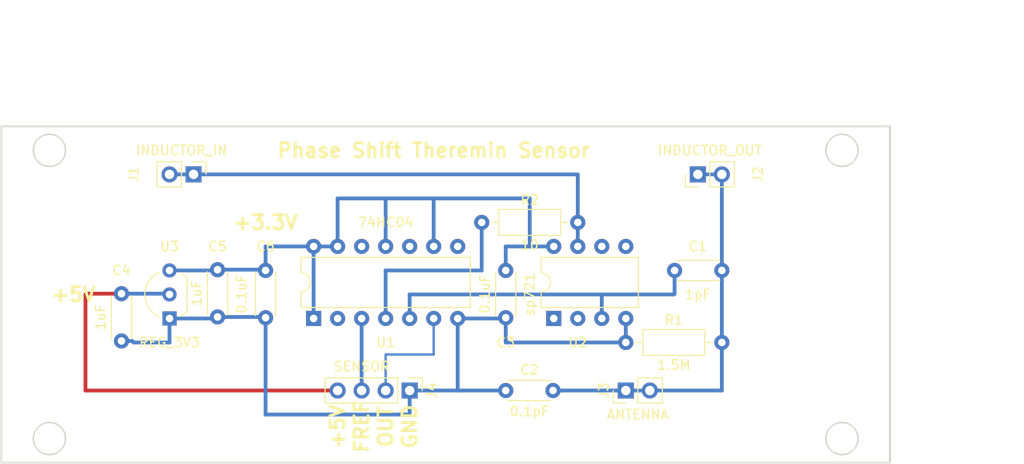
<source format=kicad_pcb>
(kicad_pcb (version 20171130) (host pcbnew "(5.0.2)-1")

  (general
    (thickness 1.6)
    (drawings 17)
    (tracks 66)
    (zones 0)
    (modules 15)
    (nets 18)
  )

  (page A4)
  (title_block
    (title "Theremin Phase Shift Sensor")
    (date 2019-10-10)
    (rev v0.1)
    (comment 1 "Teensy 4 Theremin Project")
    (comment 2 "(c) Vadim Lopatin 2019")
  )

  (layers
    (0 F.Cu signal)
    (31 B.Cu signal)
    (32 B.Adhes user)
    (33 F.Adhes user)
    (34 B.Paste user)
    (35 F.Paste user)
    (36 B.SilkS user)
    (37 F.SilkS user)
    (38 B.Mask user)
    (39 F.Mask user)
    (40 Dwgs.User user)
    (41 Cmts.User user)
    (42 Eco1.User user)
    (43 Eco2.User user)
    (44 Edge.Cuts user)
    (45 Margin user)
    (46 B.CrtYd user)
    (47 F.CrtYd user)
    (48 B.Fab user)
    (49 F.Fab user)
  )

  (setup
    (last_trace_width 0.25)
    (trace_clearance 0.2)
    (zone_clearance 0.508)
    (zone_45_only no)
    (trace_min 0.2)
    (segment_width 0.2)
    (edge_width 0.15)
    (via_size 0.8)
    (via_drill 0.4)
    (via_min_size 0.4)
    (via_min_drill 0.3)
    (uvia_size 0.3)
    (uvia_drill 0.1)
    (uvias_allowed no)
    (uvia_min_size 0.2)
    (uvia_min_drill 0.1)
    (pcb_text_width 0.3)
    (pcb_text_size 1.5 1.5)
    (mod_edge_width 0.15)
    (mod_text_size 1 1)
    (mod_text_width 0.15)
    (pad_size 1.524 1.524)
    (pad_drill 0.762)
    (pad_to_mask_clearance 0.051)
    (solder_mask_min_width 0.25)
    (aux_axis_origin 0 0)
    (visible_elements 7FFFFFFF)
    (pcbplotparams
      (layerselection 0x010fc_ffffffff)
      (usegerberextensions false)
      (usegerberattributes false)
      (usegerberadvancedattributes false)
      (creategerberjobfile false)
      (excludeedgelayer true)
      (linewidth 0.100000)
      (plotframeref false)
      (viasonmask false)
      (mode 1)
      (useauxorigin false)
      (hpglpennumber 1)
      (hpglpenspeed 20)
      (hpglpendiameter 15.000000)
      (psnegative false)
      (psa4output false)
      (plotreference true)
      (plotvalue true)
      (plotinvisibletext false)
      (padsonsilk false)
      (subtractmaskfromsilk false)
      (outputformat 1)
      (mirror false)
      (drillshape 0)
      (scaleselection 1)
      (outputdirectory "gerber/"))
  )

  (net 0 "")
  (net 1 +3V3)
  (net 2 GND)
  (net 3 "Net-(U2-Pad2)")
  (net 4 "Net-(U2-Pad6)")
  (net 5 /REF_CLK)
  (net 6 /PWM_OUT)
  (net 7 "Net-(U1-Pad10)")
  (net 8 +5V)
  (net 9 "Net-(U1-Pad8)")
  (net 10 "Net-(U1-Pad12)")
  (net 11 "Net-(U2-Pad1)")
  (net 12 "Net-(U2-Pad5)")
  (net 13 "Net-(U1-Pad2)")
  (net 14 "Net-(C1-Pad1)")
  (net 15 "Net-(R2-Pad1)")
  (net 16 "Net-(J1-Pad1)")
  (net 17 "Net-(C1-Pad2)")

  (net_class Default "This is the default net class."
    (clearance 0.2)
    (trace_width 0.25)
    (via_dia 0.8)
    (via_drill 0.4)
    (uvia_dia 0.3)
    (uvia_drill 0.1)
    (add_net +3V3)
    (add_net +5V)
    (add_net /PWM_OUT)
    (add_net /REF_CLK)
    (add_net GND)
    (add_net "Net-(C1-Pad1)")
    (add_net "Net-(C1-Pad2)")
    (add_net "Net-(J1-Pad1)")
    (add_net "Net-(R2-Pad1)")
    (add_net "Net-(U1-Pad10)")
    (add_net "Net-(U1-Pad12)")
    (add_net "Net-(U1-Pad2)")
    (add_net "Net-(U1-Pad8)")
    (add_net "Net-(U2-Pad1)")
    (add_net "Net-(U2-Pad2)")
    (add_net "Net-(U2-Pad5)")
    (add_net "Net-(U2-Pad6)")
  )

  (module Capacitor_THT:C_Disc_D4.3mm_W1.9mm_P5.00mm (layer F.Cu) (tedit 5DDBC556) (tstamp 5DDBD7E5)
    (at 83.82 101.52 270)
    (descr "C, Disc series, Radial, pin pitch=5.00mm, , diameter*width=4.3*1.9mm^2, Capacitor, http://www.vishay.com/docs/45233/krseries.pdf")
    (tags "C Disc series Radial pin pitch 5.00mm  diameter 4.3mm width 1.9mm Capacitor")
    (path /5DD2E1A1)
    (fp_text reference C5 (at -2.46 0) (layer F.SilkS)
      (effects (font (size 1 1) (thickness 0.15)))
    )
    (fp_text value 1uF (at 2.5 2.2 270) (layer F.SilkS)
      (effects (font (size 1 1) (thickness 0.15)))
    )
    (fp_line (start 0.35 -0.95) (end 0.35 0.95) (layer F.Fab) (width 0.1))
    (fp_line (start 0.35 0.95) (end 4.65 0.95) (layer F.Fab) (width 0.1))
    (fp_line (start 4.65 0.95) (end 4.65 -0.95) (layer F.Fab) (width 0.1))
    (fp_line (start 4.65 -0.95) (end 0.35 -0.95) (layer F.Fab) (width 0.1))
    (fp_line (start 0.23 -1.07) (end 4.77 -1.07) (layer F.SilkS) (width 0.12))
    (fp_line (start 0.23 1.07) (end 4.77 1.07) (layer F.SilkS) (width 0.12))
    (fp_line (start 0.23 -1.07) (end 0.23 -1.055) (layer F.SilkS) (width 0.12))
    (fp_line (start 0.23 1.055) (end 0.23 1.07) (layer F.SilkS) (width 0.12))
    (fp_line (start 4.77 -1.07) (end 4.77 -1.055) (layer F.SilkS) (width 0.12))
    (fp_line (start 4.77 1.055) (end 4.77 1.07) (layer F.SilkS) (width 0.12))
    (fp_line (start -1.05 -1.2) (end -1.05 1.2) (layer F.CrtYd) (width 0.05))
    (fp_line (start -1.05 1.2) (end 6.05 1.2) (layer F.CrtYd) (width 0.05))
    (fp_line (start 6.05 1.2) (end 6.05 -1.2) (layer F.CrtYd) (width 0.05))
    (fp_line (start 6.05 -1.2) (end -1.05 -1.2) (layer F.CrtYd) (width 0.05))
    (fp_text user %R (at 2.5 0 270) (layer F.Fab)
      (effects (font (size 0.86 0.86) (thickness 0.129)))
    )
    (pad 1 thru_hole circle (at 0 0 270) (size 1.6 1.6) (drill 0.8) (layers *.Cu *.Mask)
      (net 1 +3V3))
    (pad 2 thru_hole circle (at 5 0 270) (size 1.6 1.6) (drill 0.8) (layers *.Cu *.Mask)
      (net 2 GND))
    (model ${KISYS3DMOD}/Capacitor_THT.3dshapes/C_Disc_D4.3mm_W1.9mm_P5.00mm.wrl
      (at (xyz 0 0 0))
      (scale (xyz 1 1 1))
      (rotate (xyz 0 0 0))
    )
  )

  (module Capacitor_THT:C_Disc_D4.3mm_W1.9mm_P5.00mm (layer F.Cu) (tedit 5DDBC56A) (tstamp 5DDBD7D0)
    (at 73.66 104.06 270)
    (descr "C, Disc series, Radial, pin pitch=5.00mm, , diameter*width=4.3*1.9mm^2, Capacitor, http://www.vishay.com/docs/45233/krseries.pdf")
    (tags "C Disc series Radial pin pitch 5.00mm  diameter 4.3mm width 1.9mm Capacitor")
    (path /5DD314D9)
    (fp_text reference C4 (at -2.46 0) (layer F.SilkS)
      (effects (font (size 1 1) (thickness 0.15)))
    )
    (fp_text value 1uF (at 2.5 2.2 270) (layer F.SilkS)
      (effects (font (size 1 1) (thickness 0.15)))
    )
    (fp_text user %R (at 2.5 0 270) (layer F.Fab)
      (effects (font (size 0.86 0.86) (thickness 0.129)))
    )
    (fp_line (start 6.05 -1.2) (end -1.05 -1.2) (layer F.CrtYd) (width 0.05))
    (fp_line (start 6.05 1.2) (end 6.05 -1.2) (layer F.CrtYd) (width 0.05))
    (fp_line (start -1.05 1.2) (end 6.05 1.2) (layer F.CrtYd) (width 0.05))
    (fp_line (start -1.05 -1.2) (end -1.05 1.2) (layer F.CrtYd) (width 0.05))
    (fp_line (start 4.77 1.055) (end 4.77 1.07) (layer F.SilkS) (width 0.12))
    (fp_line (start 4.77 -1.07) (end 4.77 -1.055) (layer F.SilkS) (width 0.12))
    (fp_line (start 0.23 1.055) (end 0.23 1.07) (layer F.SilkS) (width 0.12))
    (fp_line (start 0.23 -1.07) (end 0.23 -1.055) (layer F.SilkS) (width 0.12))
    (fp_line (start 0.23 1.07) (end 4.77 1.07) (layer F.SilkS) (width 0.12))
    (fp_line (start 0.23 -1.07) (end 4.77 -1.07) (layer F.SilkS) (width 0.12))
    (fp_line (start 4.65 -0.95) (end 0.35 -0.95) (layer F.Fab) (width 0.1))
    (fp_line (start 4.65 0.95) (end 4.65 -0.95) (layer F.Fab) (width 0.1))
    (fp_line (start 0.35 0.95) (end 4.65 0.95) (layer F.Fab) (width 0.1))
    (fp_line (start 0.35 -0.95) (end 0.35 0.95) (layer F.Fab) (width 0.1))
    (pad 2 thru_hole circle (at 5 0 270) (size 1.6 1.6) (drill 0.8) (layers *.Cu *.Mask)
      (net 2 GND))
    (pad 1 thru_hole circle (at 0 0 270) (size 1.6 1.6) (drill 0.8) (layers *.Cu *.Mask)
      (net 8 +5V))
    (model ${KISYS3DMOD}/Capacitor_THT.3dshapes/C_Disc_D4.3mm_W1.9mm_P5.00mm.wrl
      (at (xyz 0 0 0))
      (scale (xyz 1 1 1))
      (rotate (xyz 0 0 0))
    )
  )

  (module Capacitor_THT:C_Disc_D4.3mm_W1.9mm_P5.00mm (layer F.Cu) (tedit 5DDBC5BD) (tstamp 5DDBD7A7)
    (at 114.3 114.3)
    (descr "C, Disc series, Radial, pin pitch=5.00mm, , diameter*width=4.3*1.9mm^2, Capacitor, http://www.vishay.com/docs/45233/krseries.pdf")
    (tags "C Disc series Radial pin pitch 5.00mm  diameter 4.3mm width 1.9mm Capacitor")
    (path /5DD627FE)
    (fp_text reference C2 (at 2.5 -2.2) (layer F.SilkS)
      (effects (font (size 1 1) (thickness 0.15)))
    )
    (fp_text value 0.1pF (at 2.5 2.2) (layer F.SilkS)
      (effects (font (size 1 1) (thickness 0.15)))
    )
    (fp_line (start 0.35 -0.95) (end 0.35 0.95) (layer F.Fab) (width 0.1))
    (fp_line (start 0.35 0.95) (end 4.65 0.95) (layer F.Fab) (width 0.1))
    (fp_line (start 4.65 0.95) (end 4.65 -0.95) (layer F.Fab) (width 0.1))
    (fp_line (start 4.65 -0.95) (end 0.35 -0.95) (layer F.Fab) (width 0.1))
    (fp_line (start 0.23 -1.07) (end 4.77 -1.07) (layer F.SilkS) (width 0.12))
    (fp_line (start 0.23 1.07) (end 4.77 1.07) (layer F.SilkS) (width 0.12))
    (fp_line (start 0.23 -1.07) (end 0.23 -1.055) (layer F.SilkS) (width 0.12))
    (fp_line (start 0.23 1.055) (end 0.23 1.07) (layer F.SilkS) (width 0.12))
    (fp_line (start 4.77 -1.07) (end 4.77 -1.055) (layer F.SilkS) (width 0.12))
    (fp_line (start 4.77 1.055) (end 4.77 1.07) (layer F.SilkS) (width 0.12))
    (fp_line (start -1.05 -1.2) (end -1.05 1.2) (layer F.CrtYd) (width 0.05))
    (fp_line (start -1.05 1.2) (end 6.05 1.2) (layer F.CrtYd) (width 0.05))
    (fp_line (start 6.05 1.2) (end 6.05 -1.2) (layer F.CrtYd) (width 0.05))
    (fp_line (start 6.05 -1.2) (end -1.05 -1.2) (layer F.CrtYd) (width 0.05))
    (fp_text user %R (at 2.5 0) (layer F.Fab)
      (effects (font (size 0.86 0.86) (thickness 0.129)))
    )
    (pad 1 thru_hole circle (at 0 0) (size 1.6 1.6) (drill 0.8) (layers *.Cu *.Mask)
      (net 2 GND))
    (pad 2 thru_hole circle (at 5 0) (size 1.6 1.6) (drill 0.8) (layers *.Cu *.Mask)
      (net 14 "Net-(C1-Pad1)"))
    (model ${KISYS3DMOD}/Capacitor_THT.3dshapes/C_Disc_D4.3mm_W1.9mm_P5.00mm.wrl
      (at (xyz 0 0 0))
      (scale (xyz 1 1 1))
      (rotate (xyz 0 0 0))
    )
  )

  (module Connector_PinHeader_2.54mm:PinHeader_1x02_P2.54mm_Vertical (layer F.Cu) (tedit 5DDBC57D) (tstamp 5DDBD740)
    (at 81.28 91.44 270)
    (descr "Through hole straight pin header, 1x02, 2.54mm pitch, single row")
    (tags "Through hole pin header THT 1x02 2.54mm single row")
    (path /5D9FD8BA)
    (fp_text reference J1 (at 0 6.35 270) (layer F.SilkS)
      (effects (font (size 1 1) (thickness 0.15)))
    )
    (fp_text value INDUCTOR_IN (at -2.54 1.27) (layer F.SilkS)
      (effects (font (size 1 1) (thickness 0.15)))
    )
    (fp_line (start -0.635 -1.27) (end 1.27 -1.27) (layer F.Fab) (width 0.1))
    (fp_line (start 1.27 -1.27) (end 1.27 3.81) (layer F.Fab) (width 0.1))
    (fp_line (start 1.27 3.81) (end -1.27 3.81) (layer F.Fab) (width 0.1))
    (fp_line (start -1.27 3.81) (end -1.27 -0.635) (layer F.Fab) (width 0.1))
    (fp_line (start -1.27 -0.635) (end -0.635 -1.27) (layer F.Fab) (width 0.1))
    (fp_line (start -1.33 3.87) (end 1.33 3.87) (layer F.SilkS) (width 0.12))
    (fp_line (start -1.33 1.27) (end -1.33 3.87) (layer F.SilkS) (width 0.12))
    (fp_line (start 1.33 1.27) (end 1.33 3.87) (layer F.SilkS) (width 0.12))
    (fp_line (start -1.33 1.27) (end 1.33 1.27) (layer F.SilkS) (width 0.12))
    (fp_line (start -1.33 0) (end -1.33 -1.33) (layer F.SilkS) (width 0.12))
    (fp_line (start -1.33 -1.33) (end 0 -1.33) (layer F.SilkS) (width 0.12))
    (fp_line (start -1.8 -1.8) (end -1.8 4.35) (layer F.CrtYd) (width 0.05))
    (fp_line (start -1.8 4.35) (end 1.8 4.35) (layer F.CrtYd) (width 0.05))
    (fp_line (start 1.8 4.35) (end 1.8 -1.8) (layer F.CrtYd) (width 0.05))
    (fp_line (start 1.8 -1.8) (end -1.8 -1.8) (layer F.CrtYd) (width 0.05))
    (fp_text user %R (at 0 1.27) (layer F.Fab)
      (effects (font (size 1 1) (thickness 0.15)))
    )
    (pad 1 thru_hole rect (at 0 0 270) (size 1.7 1.7) (drill 1) (layers *.Cu *.Mask)
      (net 16 "Net-(J1-Pad1)"))
    (pad 2 thru_hole oval (at 0 2.54 270) (size 1.7 1.7) (drill 1) (layers *.Cu *.Mask)
      (net 16 "Net-(J1-Pad1)"))
    (model ${KISYS3DMOD}/Connector_PinHeader_2.54mm.3dshapes/PinHeader_1x02_P2.54mm_Vertical.wrl
      (at (xyz 0 0 0))
      (scale (xyz 1 1 1))
      (rotate (xyz 0 0 0))
    )
  )

  (module Connector_PinHeader_2.54mm:PinHeader_1x04_P2.54mm_Vertical (layer F.Cu) (tedit 5DDBC578) (tstamp 5DDBD729)
    (at 104.14 114.3 270)
    (descr "Through hole straight pin header, 1x04, 2.54mm pitch, single row")
    (tags "Through hole pin header THT 1x04 2.54mm single row")
    (path /5D9E12F4)
    (fp_text reference J4 (at 0 -2.33 270) (layer F.SilkS)
      (effects (font (size 1 1) (thickness 0.15)))
    )
    (fp_text value SENSOR (at -2.54 5.08) (layer F.SilkS)
      (effects (font (size 1 1) (thickness 0.15)))
    )
    (fp_line (start -0.635 -1.27) (end 1.27 -1.27) (layer F.Fab) (width 0.1))
    (fp_line (start 1.27 -1.27) (end 1.27 8.89) (layer F.Fab) (width 0.1))
    (fp_line (start 1.27 8.89) (end -1.27 8.89) (layer F.Fab) (width 0.1))
    (fp_line (start -1.27 8.89) (end -1.27 -0.635) (layer F.Fab) (width 0.1))
    (fp_line (start -1.27 -0.635) (end -0.635 -1.27) (layer F.Fab) (width 0.1))
    (fp_line (start -1.33 8.95) (end 1.33 8.95) (layer F.SilkS) (width 0.12))
    (fp_line (start -1.33 1.27) (end -1.33 8.95) (layer F.SilkS) (width 0.12))
    (fp_line (start 1.33 1.27) (end 1.33 8.95) (layer F.SilkS) (width 0.12))
    (fp_line (start -1.33 1.27) (end 1.33 1.27) (layer F.SilkS) (width 0.12))
    (fp_line (start -1.33 0) (end -1.33 -1.33) (layer F.SilkS) (width 0.12))
    (fp_line (start -1.33 -1.33) (end 0 -1.33) (layer F.SilkS) (width 0.12))
    (fp_line (start -1.8 -1.8) (end -1.8 9.4) (layer F.CrtYd) (width 0.05))
    (fp_line (start -1.8 9.4) (end 1.8 9.4) (layer F.CrtYd) (width 0.05))
    (fp_line (start 1.8 9.4) (end 1.8 -1.8) (layer F.CrtYd) (width 0.05))
    (fp_line (start 1.8 -1.8) (end -1.8 -1.8) (layer F.CrtYd) (width 0.05))
    (fp_text user %R (at 0 3.81) (layer F.Fab)
      (effects (font (size 1 1) (thickness 0.15)))
    )
    (pad 1 thru_hole rect (at 0 0 270) (size 1.7 1.7) (drill 1) (layers *.Cu *.Mask)
      (net 2 GND))
    (pad 2 thru_hole oval (at 0 2.54 270) (size 1.7 1.7) (drill 1) (layers *.Cu *.Mask)
      (net 6 /PWM_OUT))
    (pad 3 thru_hole oval (at 0 5.08 270) (size 1.7 1.7) (drill 1) (layers *.Cu *.Mask)
      (net 5 /REF_CLK))
    (pad 4 thru_hole oval (at 0 7.62 270) (size 1.7 1.7) (drill 1) (layers *.Cu *.Mask)
      (net 8 +5V))
    (model ${KISYS3DMOD}/Connector_PinHeader_2.54mm.3dshapes/PinHeader_1x04_P2.54mm_Vertical.wrl
      (at (xyz 0 0 0))
      (scale (xyz 1 1 1))
      (rotate (xyz 0 0 0))
    )
  )

  (module Resistor_THT:R_Axial_DIN0207_L6.3mm_D2.5mm_P10.16mm_Horizontal (layer F.Cu) (tedit 5DDBC522) (tstamp 5DDBD68A)
    (at 111.76 96.52)
    (descr "Resistor, Axial_DIN0207 series, Axial, Horizontal, pin pitch=10.16mm, 0.25W = 1/4W, length*diameter=6.3*2.5mm^2, http://cdn-reichelt.de/documents/datenblatt/B400/1_4W%23YAG.pdf")
    (tags "Resistor Axial_DIN0207 series Axial Horizontal pin pitch 10.16mm 0.25W = 1/4W length 6.3mm diameter 2.5mm")
    (path /5DDC8BA9)
    (fp_text reference R2 (at 5.08 -2.37) (layer F.SilkS)
      (effects (font (size 1 1) (thickness 0.15)))
    )
    (fp_text value 10 (at 5.08 2.37) (layer F.SilkS)
      (effects (font (size 1 1) (thickness 0.15)))
    )
    (fp_line (start 1.93 -1.25) (end 1.93 1.25) (layer F.Fab) (width 0.1))
    (fp_line (start 1.93 1.25) (end 8.23 1.25) (layer F.Fab) (width 0.1))
    (fp_line (start 8.23 1.25) (end 8.23 -1.25) (layer F.Fab) (width 0.1))
    (fp_line (start 8.23 -1.25) (end 1.93 -1.25) (layer F.Fab) (width 0.1))
    (fp_line (start 0 0) (end 1.93 0) (layer F.Fab) (width 0.1))
    (fp_line (start 10.16 0) (end 8.23 0) (layer F.Fab) (width 0.1))
    (fp_line (start 1.81 -1.37) (end 1.81 1.37) (layer F.SilkS) (width 0.12))
    (fp_line (start 1.81 1.37) (end 8.35 1.37) (layer F.SilkS) (width 0.12))
    (fp_line (start 8.35 1.37) (end 8.35 -1.37) (layer F.SilkS) (width 0.12))
    (fp_line (start 8.35 -1.37) (end 1.81 -1.37) (layer F.SilkS) (width 0.12))
    (fp_line (start 1.04 0) (end 1.81 0) (layer F.SilkS) (width 0.12))
    (fp_line (start 9.12 0) (end 8.35 0) (layer F.SilkS) (width 0.12))
    (fp_line (start -1.05 -1.5) (end -1.05 1.5) (layer F.CrtYd) (width 0.05))
    (fp_line (start -1.05 1.5) (end 11.21 1.5) (layer F.CrtYd) (width 0.05))
    (fp_line (start 11.21 1.5) (end 11.21 -1.5) (layer F.CrtYd) (width 0.05))
    (fp_line (start 11.21 -1.5) (end -1.05 -1.5) (layer F.CrtYd) (width 0.05))
    (fp_text user %R (at 5.08 0) (layer F.Fab)
      (effects (font (size 1 1) (thickness 0.15)))
    )
    (pad 1 thru_hole circle (at 0 0) (size 1.6 1.6) (drill 0.8) (layers *.Cu *.Mask)
      (net 15 "Net-(R2-Pad1)"))
    (pad 2 thru_hole oval (at 10.16 0) (size 1.6 1.6) (drill 0.8) (layers *.Cu *.Mask)
      (net 16 "Net-(J1-Pad1)"))
    (model ${KISYS3DMOD}/Resistor_THT.3dshapes/R_Axial_DIN0207_L6.3mm_D2.5mm_P10.16mm_Horizontal.wrl
      (at (xyz 0 0 0))
      (scale (xyz 1 1 1))
      (rotate (xyz 0 0 0))
    )
  )

  (module Capacitor_THT:C_Disc_D4.3mm_W1.9mm_P5.00mm (layer F.Cu) (tedit 5DD2EA97) (tstamp 5DD3125B)
    (at 114.3 101.6 270)
    (descr "C, Disc series, Radial, pin pitch=5.00mm, , diameter*width=4.3*1.9mm^2, Capacitor, http://www.vishay.com/docs/45233/krseries.pdf")
    (tags "C Disc series Radial pin pitch 5.00mm  diameter 4.3mm width 1.9mm Capacitor")
    (path /5D9E43AA)
    (fp_text reference C3 (at 7.62 0 180) (layer F.SilkS)
      (effects (font (size 1 1) (thickness 0.15)))
    )
    (fp_text value 0.1uF (at 2.5 2.2 270) (layer F.SilkS)
      (effects (font (size 1 1) (thickness 0.15)))
    )
    (fp_line (start 0.35 -0.95) (end 0.35 0.95) (layer F.Fab) (width 0.1))
    (fp_line (start 0.35 0.95) (end 4.65 0.95) (layer F.Fab) (width 0.1))
    (fp_line (start 4.65 0.95) (end 4.65 -0.95) (layer F.Fab) (width 0.1))
    (fp_line (start 4.65 -0.95) (end 0.35 -0.95) (layer F.Fab) (width 0.1))
    (fp_line (start 0.23 -1.07) (end 4.77 -1.07) (layer F.SilkS) (width 0.12))
    (fp_line (start 0.23 1.07) (end 4.77 1.07) (layer F.SilkS) (width 0.12))
    (fp_line (start 0.23 -1.07) (end 0.23 -1.055) (layer F.SilkS) (width 0.12))
    (fp_line (start 0.23 1.055) (end 0.23 1.07) (layer F.SilkS) (width 0.12))
    (fp_line (start 4.77 -1.07) (end 4.77 -1.055) (layer F.SilkS) (width 0.12))
    (fp_line (start 4.77 1.055) (end 4.77 1.07) (layer F.SilkS) (width 0.12))
    (fp_line (start -1.05 -1.2) (end -1.05 1.2) (layer F.CrtYd) (width 0.05))
    (fp_line (start -1.05 1.2) (end 6.05 1.2) (layer F.CrtYd) (width 0.05))
    (fp_line (start 6.05 1.2) (end 6.05 -1.2) (layer F.CrtYd) (width 0.05))
    (fp_line (start 6.05 -1.2) (end -1.05 -1.2) (layer F.CrtYd) (width 0.05))
    (fp_text user %R (at 2.5 0 270) (layer F.Fab)
      (effects (font (size 0.86 0.86) (thickness 0.129)))
    )
    (pad 1 thru_hole circle (at 0 0 270) (size 1.6 1.6) (drill 0.8) (layers *.Cu *.Mask)
      (net 1 +3V3))
    (pad 2 thru_hole circle (at 5 0 270) (size 1.6 1.6) (drill 0.8) (layers *.Cu *.Mask)
      (net 2 GND))
    (model ${KISYS3DMOD}/Capacitor_THT.3dshapes/C_Disc_D4.3mm_W1.9mm_P5.00mm.wrl
      (at (xyz 0 0 0))
      (scale (xyz 1 1 1))
      (rotate (xyz 0 0 0))
    )
  )

  (module Package_TO_SOT_THT:TO-92_Inline_Wide (layer F.Cu) (tedit 5DD2EB09) (tstamp 5DD4C4F8)
    (at 78.74 106.68 90)
    (descr "TO-92 leads in-line, wide, drill 0.75mm (see NXP sot054_po.pdf)")
    (tags "to-92 sc-43 sc-43a sot54 PA33 transistor")
    (path /5DD2AFDF)
    (fp_text reference U3 (at 7.62 0 180) (layer F.SilkS)
      (effects (font (size 1 1) (thickness 0.15)))
    )
    (fp_text value REG_3V3 (at -2.54 0 180) (layer F.SilkS)
      (effects (font (size 1 1) (thickness 0.15)))
    )
    (fp_text user %R (at 2.54 -3.56 90) (layer F.Fab)
      (effects (font (size 1 1) (thickness 0.15)))
    )
    (fp_line (start 0.74 1.85) (end 4.34 1.85) (layer F.SilkS) (width 0.12))
    (fp_line (start 0.8 1.75) (end 4.3 1.75) (layer F.Fab) (width 0.1))
    (fp_line (start -1.01 -2.73) (end 6.09 -2.73) (layer F.CrtYd) (width 0.05))
    (fp_line (start -1.01 -2.73) (end -1.01 2.01) (layer F.CrtYd) (width 0.05))
    (fp_line (start 6.09 2.01) (end 6.09 -2.73) (layer F.CrtYd) (width 0.05))
    (fp_line (start 6.09 2.01) (end -1.01 2.01) (layer F.CrtYd) (width 0.05))
    (fp_arc (start 2.54 0) (end 0.74 1.85) (angle 20) (layer F.SilkS) (width 0.12))
    (fp_arc (start 2.54 0) (end 2.54 -2.6) (angle -65) (layer F.SilkS) (width 0.12))
    (fp_arc (start 2.54 0) (end 2.54 -2.6) (angle 65) (layer F.SilkS) (width 0.12))
    (fp_arc (start 2.54 0) (end 2.54 -2.48) (angle 135) (layer F.Fab) (width 0.1))
    (fp_arc (start 2.54 0) (end 2.54 -2.48) (angle -135) (layer F.Fab) (width 0.1))
    (fp_arc (start 2.54 0) (end 4.34 1.85) (angle -20) (layer F.SilkS) (width 0.12))
    (pad 2 thru_hole circle (at 2.54 0 180) (size 1.5 1.5) (drill 0.8) (layers *.Cu *.Mask)
      (net 8 +5V))
    (pad 3 thru_hole circle (at 5.08 0 180) (size 1.5 1.5) (drill 0.8) (layers *.Cu *.Mask)
      (net 1 +3V3))
    (pad 1 thru_hole rect (at 0 0 180) (size 1.5 1.5) (drill 0.8) (layers *.Cu *.Mask)
      (net 2 GND))
    (model ${KISYS3DMOD}/Package_TO_SOT_THT.3dshapes/TO-92_Inline_Wide.wrl
      (at (xyz 0 0 0))
      (scale (xyz 1 1 1))
      (rotate (xyz 0 0 0))
    )
  )

  (module Capacitor_THT:C_Disc_D4.3mm_W1.9mm_P5.00mm (layer F.Cu) (tedit 5DD2EA04) (tstamp 5DD48365)
    (at 137.16 101.6 180)
    (descr "C, Disc series, Radial, pin pitch=5.00mm, , diameter*width=4.3*1.9mm^2, Capacitor, http://www.vishay.com/docs/45233/krseries.pdf")
    (tags "C Disc series Radial pin pitch 5.00mm  diameter 4.3mm width 1.9mm Capacitor")
    (path /5D9DEE40)
    (fp_text reference C1 (at 2.54 2.54) (layer F.SilkS)
      (effects (font (size 1 1) (thickness 0.15)))
    )
    (fp_text value 1pF (at 2.54 -2.54 180) (layer F.SilkS)
      (effects (font (size 1 1) (thickness 0.15)))
    )
    (fp_line (start 0.35 -0.95) (end 0.35 0.95) (layer F.Fab) (width 0.1))
    (fp_line (start 0.35 0.95) (end 4.65 0.95) (layer F.Fab) (width 0.1))
    (fp_line (start 4.65 0.95) (end 4.65 -0.95) (layer F.Fab) (width 0.1))
    (fp_line (start 4.65 -0.95) (end 0.35 -0.95) (layer F.Fab) (width 0.1))
    (fp_line (start 0.23 -1.07) (end 4.77 -1.07) (layer F.SilkS) (width 0.12))
    (fp_line (start 0.23 1.07) (end 4.77 1.07) (layer F.SilkS) (width 0.12))
    (fp_line (start 0.23 -1.07) (end 0.23 -1.055) (layer F.SilkS) (width 0.12))
    (fp_line (start 0.23 1.055) (end 0.23 1.07) (layer F.SilkS) (width 0.12))
    (fp_line (start 4.77 -1.07) (end 4.77 -1.055) (layer F.SilkS) (width 0.12))
    (fp_line (start 4.77 1.055) (end 4.77 1.07) (layer F.SilkS) (width 0.12))
    (fp_line (start -1.05 -1.2) (end -1.05 1.2) (layer F.CrtYd) (width 0.05))
    (fp_line (start -1.05 1.2) (end 6.05 1.2) (layer F.CrtYd) (width 0.05))
    (fp_line (start 6.05 1.2) (end 6.05 -1.2) (layer F.CrtYd) (width 0.05))
    (fp_line (start 6.05 -1.2) (end -1.05 -1.2) (layer F.CrtYd) (width 0.05))
    (fp_text user %R (at 2.5 0 180) (layer F.Fab)
      (effects (font (size 0.86 0.86) (thickness 0.129)))
    )
    (pad 1 thru_hole circle (at 0 0 180) (size 1.6 1.6) (drill 0.8) (layers *.Cu *.Mask)
      (net 14 "Net-(C1-Pad1)"))
    (pad 2 thru_hole circle (at 5 0 180) (size 1.6 1.6) (drill 0.8) (layers *.Cu *.Mask)
      (net 17 "Net-(C1-Pad2)"))
    (model ${KISYS3DMOD}/Capacitor_THT.3dshapes/C_Disc_D4.3mm_W1.9mm_P5.00mm.wrl
      (at (xyz 0 0 0))
      (scale (xyz 1 1 1))
      (rotate (xyz 0 0 0))
    )
  )

  (module Capacitor_THT:C_Disc_D4.3mm_W1.9mm_P5.00mm (layer F.Cu) (tedit 5DD2EA73) (tstamp 5DD3A7DC)
    (at 88.9 101.6 270)
    (descr "C, Disc series, Radial, pin pitch=5.00mm, , diameter*width=4.3*1.9mm^2, Capacitor, http://www.vishay.com/docs/45233/krseries.pdf")
    (tags "C Disc series Radial pin pitch 5.00mm  diameter 4.3mm width 1.9mm Capacitor")
    (path /5D9E440E)
    (fp_text reference C6 (at -2.54 0 180) (layer F.SilkS)
      (effects (font (size 1 1) (thickness 0.15)))
    )
    (fp_text value 0.1uF (at 2.5 2.54 270) (layer F.SilkS)
      (effects (font (size 1 1) (thickness 0.15)))
    )
    (fp_text user %R (at 2.5 0 270) (layer F.Fab)
      (effects (font (size 0.86 0.86) (thickness 0.129)))
    )
    (fp_line (start 6.05 -1.2) (end -1.05 -1.2) (layer F.CrtYd) (width 0.05))
    (fp_line (start 6.05 1.2) (end 6.05 -1.2) (layer F.CrtYd) (width 0.05))
    (fp_line (start -1.05 1.2) (end 6.05 1.2) (layer F.CrtYd) (width 0.05))
    (fp_line (start -1.05 -1.2) (end -1.05 1.2) (layer F.CrtYd) (width 0.05))
    (fp_line (start 4.77 1.055) (end 4.77 1.07) (layer F.SilkS) (width 0.12))
    (fp_line (start 4.77 -1.07) (end 4.77 -1.055) (layer F.SilkS) (width 0.12))
    (fp_line (start 0.23 1.055) (end 0.23 1.07) (layer F.SilkS) (width 0.12))
    (fp_line (start 0.23 -1.07) (end 0.23 -1.055) (layer F.SilkS) (width 0.12))
    (fp_line (start 0.23 1.07) (end 4.77 1.07) (layer F.SilkS) (width 0.12))
    (fp_line (start 0.23 -1.07) (end 4.77 -1.07) (layer F.SilkS) (width 0.12))
    (fp_line (start 4.65 -0.95) (end 0.35 -0.95) (layer F.Fab) (width 0.1))
    (fp_line (start 4.65 0.95) (end 4.65 -0.95) (layer F.Fab) (width 0.1))
    (fp_line (start 0.35 0.95) (end 4.65 0.95) (layer F.Fab) (width 0.1))
    (fp_line (start 0.35 -0.95) (end 0.35 0.95) (layer F.Fab) (width 0.1))
    (pad 2 thru_hole circle (at 5 0 270) (size 1.6 1.6) (drill 0.8) (layers *.Cu *.Mask)
      (net 2 GND))
    (pad 1 thru_hole circle (at 0 0 270) (size 1.6 1.6) (drill 0.8) (layers *.Cu *.Mask)
      (net 1 +3V3))
    (model ${KISYS3DMOD}/Capacitor_THT.3dshapes/C_Disc_D4.3mm_W1.9mm_P5.00mm.wrl
      (at (xyz 0 0 0))
      (scale (xyz 1 1 1))
      (rotate (xyz 0 0 0))
    )
  )

  (module Connector_PinHeader_2.54mm:PinHeader_1x02_P2.54mm_Vertical (layer F.Cu) (tedit 5DD2E979) (tstamp 5DD3A788)
    (at 134.62 91.44 90)
    (descr "Through hole straight pin header, 1x02, 2.54mm pitch, single row")
    (tags "Through hole pin header THT 1x02 2.54mm single row")
    (path /5D9FD952)
    (fp_text reference J2 (at 0 6.35 90) (layer F.SilkS)
      (effects (font (size 1 1) (thickness 0.15)))
    )
    (fp_text value INDUCTOR_OUT (at 2.54 1.27 180) (layer F.SilkS)
      (effects (font (size 1 1) (thickness 0.15)))
    )
    (fp_line (start -0.635 -1.27) (end 1.27 -1.27) (layer F.Fab) (width 0.1))
    (fp_line (start 1.27 -1.27) (end 1.27 3.81) (layer F.Fab) (width 0.1))
    (fp_line (start 1.27 3.81) (end -1.27 3.81) (layer F.Fab) (width 0.1))
    (fp_line (start -1.27 3.81) (end -1.27 -0.635) (layer F.Fab) (width 0.1))
    (fp_line (start -1.27 -0.635) (end -0.635 -1.27) (layer F.Fab) (width 0.1))
    (fp_line (start -1.33 3.87) (end 1.33 3.87) (layer F.SilkS) (width 0.12))
    (fp_line (start -1.33 1.27) (end -1.33 3.87) (layer F.SilkS) (width 0.12))
    (fp_line (start 1.33 1.27) (end 1.33 3.87) (layer F.SilkS) (width 0.12))
    (fp_line (start -1.33 1.27) (end 1.33 1.27) (layer F.SilkS) (width 0.12))
    (fp_line (start -1.33 0) (end -1.33 -1.33) (layer F.SilkS) (width 0.12))
    (fp_line (start -1.33 -1.33) (end 0 -1.33) (layer F.SilkS) (width 0.12))
    (fp_line (start -1.8 -1.8) (end -1.8 4.35) (layer F.CrtYd) (width 0.05))
    (fp_line (start -1.8 4.35) (end 1.8 4.35) (layer F.CrtYd) (width 0.05))
    (fp_line (start 1.8 4.35) (end 1.8 -1.8) (layer F.CrtYd) (width 0.05))
    (fp_line (start 1.8 -1.8) (end -1.8 -1.8) (layer F.CrtYd) (width 0.05))
    (fp_text user %R (at 0 1.27 180) (layer F.Fab)
      (effects (font (size 1 1) (thickness 0.15)))
    )
    (pad 1 thru_hole rect (at 0 0 90) (size 1.7 1.7) (drill 1) (layers *.Cu *.Mask)
      (net 14 "Net-(C1-Pad1)"))
    (pad 2 thru_hole oval (at 0 2.54 90) (size 1.7 1.7) (drill 1) (layers *.Cu *.Mask)
      (net 14 "Net-(C1-Pad1)"))
    (model ${KISYS3DMOD}/Connector_PinHeader_2.54mm.3dshapes/PinHeader_1x02_P2.54mm_Vertical.wrl
      (at (xyz 0 0 0))
      (scale (xyz 1 1 1))
      (rotate (xyz 0 0 0))
    )
  )

  (module Connector_PinHeader_2.54mm:PinHeader_1x02_P2.54mm_Vertical (layer F.Cu) (tedit 5DD2EA55) (tstamp 5DD3A772)
    (at 127 114.3 90)
    (descr "Through hole straight pin header, 1x02, 2.54mm pitch, single row")
    (tags "Through hole pin header THT 1x02 2.54mm single row")
    (path /5D9FD990)
    (fp_text reference J3 (at 0 -2.33 90) (layer F.SilkS)
      (effects (font (size 1 1) (thickness 0.15)))
    )
    (fp_text value ANTENNA (at -2.54 1.27 180) (layer F.SilkS)
      (effects (font (size 1 1) (thickness 0.15)))
    )
    (fp_text user %R (at 0 1.27 180) (layer F.Fab)
      (effects (font (size 1 1) (thickness 0.15)))
    )
    (fp_line (start 1.8 -1.8) (end -1.8 -1.8) (layer F.CrtYd) (width 0.05))
    (fp_line (start 1.8 4.35) (end 1.8 -1.8) (layer F.CrtYd) (width 0.05))
    (fp_line (start -1.8 4.35) (end 1.8 4.35) (layer F.CrtYd) (width 0.05))
    (fp_line (start -1.8 -1.8) (end -1.8 4.35) (layer F.CrtYd) (width 0.05))
    (fp_line (start -1.33 -1.33) (end 0 -1.33) (layer F.SilkS) (width 0.12))
    (fp_line (start -1.33 0) (end -1.33 -1.33) (layer F.SilkS) (width 0.12))
    (fp_line (start -1.33 1.27) (end 1.33 1.27) (layer F.SilkS) (width 0.12))
    (fp_line (start 1.33 1.27) (end 1.33 3.87) (layer F.SilkS) (width 0.12))
    (fp_line (start -1.33 1.27) (end -1.33 3.87) (layer F.SilkS) (width 0.12))
    (fp_line (start -1.33 3.87) (end 1.33 3.87) (layer F.SilkS) (width 0.12))
    (fp_line (start -1.27 -0.635) (end -0.635 -1.27) (layer F.Fab) (width 0.1))
    (fp_line (start -1.27 3.81) (end -1.27 -0.635) (layer F.Fab) (width 0.1))
    (fp_line (start 1.27 3.81) (end -1.27 3.81) (layer F.Fab) (width 0.1))
    (fp_line (start 1.27 -1.27) (end 1.27 3.81) (layer F.Fab) (width 0.1))
    (fp_line (start -0.635 -1.27) (end 1.27 -1.27) (layer F.Fab) (width 0.1))
    (pad 2 thru_hole oval (at 0 2.54 90) (size 1.7 1.7) (drill 1) (layers *.Cu *.Mask)
      (net 14 "Net-(C1-Pad1)"))
    (pad 1 thru_hole rect (at 0 0 90) (size 1.7 1.7) (drill 1) (layers *.Cu *.Mask)
      (net 14 "Net-(C1-Pad1)"))
    (model ${KISYS3DMOD}/Connector_PinHeader_2.54mm.3dshapes/PinHeader_1x02_P2.54mm_Vertical.wrl
      (at (xyz 0 0 0))
      (scale (xyz 1 1 1))
      (rotate (xyz 0 0 0))
    )
  )

  (module Package_DIP:DIP-14_W7.62mm (layer F.Cu) (tedit 5DD2E991) (tstamp 5DD3A6E2)
    (at 93.98 106.68 90)
    (descr "14-lead though-hole mounted DIP package, row spacing 7.62 mm (300 mils)")
    (tags "THT DIP DIL PDIP 2.54mm 7.62mm 300mil")
    (path /5DD5023B)
    (fp_text reference U1 (at -2.54 7.62 180) (layer F.SilkS)
      (effects (font (size 1 1) (thickness 0.15)))
    )
    (fp_text value 74HC04 (at 10.16 7.62) (layer F.SilkS)
      (effects (font (size 1 1) (thickness 0.15)))
    )
    (fp_arc (start 3.81 -1.33) (end 2.81 -1.33) (angle -180) (layer F.SilkS) (width 0.12))
    (fp_line (start 1.635 -1.27) (end 6.985 -1.27) (layer F.Fab) (width 0.1))
    (fp_line (start 6.985 -1.27) (end 6.985 16.51) (layer F.Fab) (width 0.1))
    (fp_line (start 6.985 16.51) (end 0.635 16.51) (layer F.Fab) (width 0.1))
    (fp_line (start 0.635 16.51) (end 0.635 -0.27) (layer F.Fab) (width 0.1))
    (fp_line (start 0.635 -0.27) (end 1.635 -1.27) (layer F.Fab) (width 0.1))
    (fp_line (start 2.81 -1.33) (end 1.16 -1.33) (layer F.SilkS) (width 0.12))
    (fp_line (start 1.16 -1.33) (end 1.16 16.57) (layer F.SilkS) (width 0.12))
    (fp_line (start 1.16 16.57) (end 6.46 16.57) (layer F.SilkS) (width 0.12))
    (fp_line (start 6.46 16.57) (end 6.46 -1.33) (layer F.SilkS) (width 0.12))
    (fp_line (start 6.46 -1.33) (end 4.81 -1.33) (layer F.SilkS) (width 0.12))
    (fp_line (start -1.1 -1.55) (end -1.1 16.8) (layer F.CrtYd) (width 0.05))
    (fp_line (start -1.1 16.8) (end 8.7 16.8) (layer F.CrtYd) (width 0.05))
    (fp_line (start 8.7 16.8) (end 8.7 -1.55) (layer F.CrtYd) (width 0.05))
    (fp_line (start 8.7 -1.55) (end -1.1 -1.55) (layer F.CrtYd) (width 0.05))
    (fp_text user %R (at 3.81 7.62 90) (layer F.Fab)
      (effects (font (size 1 1) (thickness 0.15)))
    )
    (pad 1 thru_hole rect (at 0 0 90) (size 1.6 1.6) (drill 0.8) (layers *.Cu *.Mask)
      (net 1 +3V3))
    (pad 8 thru_hole oval (at 7.62 15.24 90) (size 1.6 1.6) (drill 0.8) (layers *.Cu *.Mask)
      (net 9 "Net-(U1-Pad8)"))
    (pad 2 thru_hole oval (at 0 2.54 90) (size 1.6 1.6) (drill 0.8) (layers *.Cu *.Mask)
      (net 13 "Net-(U1-Pad2)"))
    (pad 9 thru_hole oval (at 7.62 12.7 90) (size 1.6 1.6) (drill 0.8) (layers *.Cu *.Mask)
      (net 1 +3V3))
    (pad 3 thru_hole oval (at 0 5.08 90) (size 1.6 1.6) (drill 0.8) (layers *.Cu *.Mask)
      (net 5 /REF_CLK))
    (pad 10 thru_hole oval (at 7.62 10.16 90) (size 1.6 1.6) (drill 0.8) (layers *.Cu *.Mask)
      (net 7 "Net-(U1-Pad10)"))
    (pad 4 thru_hole oval (at 0 7.62 90) (size 1.6 1.6) (drill 0.8) (layers *.Cu *.Mask)
      (net 15 "Net-(R2-Pad1)"))
    (pad 11 thru_hole oval (at 7.62 7.62 90) (size 1.6 1.6) (drill 0.8) (layers *.Cu *.Mask)
      (net 1 +3V3))
    (pad 5 thru_hole oval (at 0 10.16 90) (size 1.6 1.6) (drill 0.8) (layers *.Cu *.Mask)
      (net 17 "Net-(C1-Pad2)"))
    (pad 12 thru_hole oval (at 7.62 5.08 90) (size 1.6 1.6) (drill 0.8) (layers *.Cu *.Mask)
      (net 10 "Net-(U1-Pad12)"))
    (pad 6 thru_hole oval (at 0 12.7 90) (size 1.6 1.6) (drill 0.8) (layers *.Cu *.Mask)
      (net 6 /PWM_OUT))
    (pad 13 thru_hole oval (at 7.62 2.54 90) (size 1.6 1.6) (drill 0.8) (layers *.Cu *.Mask)
      (net 1 +3V3))
    (pad 7 thru_hole oval (at 0 15.24 90) (size 1.6 1.6) (drill 0.8) (layers *.Cu *.Mask)
      (net 2 GND))
    (pad 14 thru_hole oval (at 7.62 0 90) (size 1.6 1.6) (drill 0.8) (layers *.Cu *.Mask)
      (net 1 +3V3))
    (model ${KISYS3DMOD}/Package_DIP.3dshapes/DIP-14_W7.62mm.wrl
      (at (xyz 0 0 0))
      (scale (xyz 1 1 1))
      (rotate (xyz 0 0 0))
    )
  )

  (module Package_DIP:DIP-8_W7.62mm (layer F.Cu) (tedit 5DD2E9A0) (tstamp 5DD3A6C0)
    (at 119.38 106.68 90)
    (descr "8-lead though-hole mounted DIP package, row spacing 7.62 mm (300 mils)")
    (tags "THT DIP DIL PDIP 2.54mm 7.62mm 300mil")
    (path /5D9E4310)
    (fp_text reference U2 (at -2.54 2.54 180) (layer F.SilkS)
      (effects (font (size 1 1) (thickness 0.15)))
    )
    (fp_text value sp721 (at 2.54 -2.54 270) (layer F.SilkS)
      (effects (font (size 1 1) (thickness 0.15)))
    )
    (fp_arc (start 3.81 -1.33) (end 2.81 -1.33) (angle -180) (layer F.SilkS) (width 0.12))
    (fp_line (start 1.635 -1.27) (end 6.985 -1.27) (layer F.Fab) (width 0.1))
    (fp_line (start 6.985 -1.27) (end 6.985 8.89) (layer F.Fab) (width 0.1))
    (fp_line (start 6.985 8.89) (end 0.635 8.89) (layer F.Fab) (width 0.1))
    (fp_line (start 0.635 8.89) (end 0.635 -0.27) (layer F.Fab) (width 0.1))
    (fp_line (start 0.635 -0.27) (end 1.635 -1.27) (layer F.Fab) (width 0.1))
    (fp_line (start 2.81 -1.33) (end 1.16 -1.33) (layer F.SilkS) (width 0.12))
    (fp_line (start 1.16 -1.33) (end 1.16 8.95) (layer F.SilkS) (width 0.12))
    (fp_line (start 1.16 8.95) (end 6.46 8.95) (layer F.SilkS) (width 0.12))
    (fp_line (start 6.46 8.95) (end 6.46 -1.33) (layer F.SilkS) (width 0.12))
    (fp_line (start 6.46 -1.33) (end 4.81 -1.33) (layer F.SilkS) (width 0.12))
    (fp_line (start -1.1 -1.55) (end -1.1 9.15) (layer F.CrtYd) (width 0.05))
    (fp_line (start -1.1 9.15) (end 8.7 9.15) (layer F.CrtYd) (width 0.05))
    (fp_line (start 8.7 9.15) (end 8.7 -1.55) (layer F.CrtYd) (width 0.05))
    (fp_line (start 8.7 -1.55) (end -1.1 -1.55) (layer F.CrtYd) (width 0.05))
    (fp_text user %R (at 3.81 3.81 90) (layer F.Fab)
      (effects (font (size 1 1) (thickness 0.15)))
    )
    (pad 1 thru_hole rect (at 0 0 90) (size 1.6 1.6) (drill 0.8) (layers *.Cu *.Mask)
      (net 11 "Net-(U2-Pad1)"))
    (pad 5 thru_hole oval (at 7.62 7.62 90) (size 1.6 1.6) (drill 0.8) (layers *.Cu *.Mask)
      (net 12 "Net-(U2-Pad5)"))
    (pad 2 thru_hole oval (at 0 2.54 90) (size 1.6 1.6) (drill 0.8) (layers *.Cu *.Mask)
      (net 3 "Net-(U2-Pad2)"))
    (pad 6 thru_hole oval (at 7.62 5.08 90) (size 1.6 1.6) (drill 0.8) (layers *.Cu *.Mask)
      (net 4 "Net-(U2-Pad6)"))
    (pad 3 thru_hole oval (at 0 5.08 90) (size 1.6 1.6) (drill 0.8) (layers *.Cu *.Mask)
      (net 17 "Net-(C1-Pad2)"))
    (pad 7 thru_hole oval (at 7.62 2.54 90) (size 1.6 1.6) (drill 0.8) (layers *.Cu *.Mask)
      (net 16 "Net-(J1-Pad1)"))
    (pad 4 thru_hole oval (at 0 7.62 90) (size 1.6 1.6) (drill 0.8) (layers *.Cu *.Mask)
      (net 2 GND))
    (pad 8 thru_hole oval (at 7.62 0 90) (size 1.6 1.6) (drill 0.8) (layers *.Cu *.Mask)
      (net 1 +3V3))
    (model ${KISYS3DMOD}/Package_DIP.3dshapes/DIP-8_W7.62mm.wrl
      (at (xyz 0 0 0))
      (scale (xyz 1 1 1))
      (rotate (xyz 0 0 0))
    )
  )

  (module Resistor_THT:R_Axial_DIN0207_L6.3mm_D2.5mm_P10.16mm_Horizontal (layer F.Cu) (tedit 5DD2EC06) (tstamp 5DD3A652)
    (at 127 109.22)
    (descr "Resistor, Axial_DIN0207 series, Axial, Horizontal, pin pitch=10.16mm, 0.25W = 1/4W, length*diameter=6.3*2.5mm^2, http://cdn-reichelt.de/documents/datenblatt/B400/1_4W%23YAG.pdf")
    (tags "Resistor Axial_DIN0207 series Axial Horizontal pin pitch 10.16mm 0.25W = 1/4W length 6.3mm diameter 2.5mm")
    (path /5DDDDDE5)
    (fp_text reference R1 (at 5.08 -2.37) (layer F.SilkS)
      (effects (font (size 1 1) (thickness 0.15)))
    )
    (fp_text value 1.5M (at 5.08 2.37) (layer F.SilkS)
      (effects (font (size 1 1) (thickness 0.15)))
    )
    (fp_text user %R (at 5.08 0) (layer F.Fab)
      (effects (font (size 1 1) (thickness 0.15)))
    )
    (fp_line (start 11.21 -1.5) (end -1.05 -1.5) (layer F.CrtYd) (width 0.05))
    (fp_line (start 11.21 1.5) (end 11.21 -1.5) (layer F.CrtYd) (width 0.05))
    (fp_line (start -1.05 1.5) (end 11.21 1.5) (layer F.CrtYd) (width 0.05))
    (fp_line (start -1.05 -1.5) (end -1.05 1.5) (layer F.CrtYd) (width 0.05))
    (fp_line (start 9.12 0) (end 8.35 0) (layer F.SilkS) (width 0.12))
    (fp_line (start 1.04 0) (end 1.81 0) (layer F.SilkS) (width 0.12))
    (fp_line (start 8.35 -1.37) (end 1.81 -1.37) (layer F.SilkS) (width 0.12))
    (fp_line (start 8.35 1.37) (end 8.35 -1.37) (layer F.SilkS) (width 0.12))
    (fp_line (start 1.81 1.37) (end 8.35 1.37) (layer F.SilkS) (width 0.12))
    (fp_line (start 1.81 -1.37) (end 1.81 1.37) (layer F.SilkS) (width 0.12))
    (fp_line (start 10.16 0) (end 8.23 0) (layer F.Fab) (width 0.1))
    (fp_line (start 0 0) (end 1.93 0) (layer F.Fab) (width 0.1))
    (fp_line (start 8.23 -1.25) (end 1.93 -1.25) (layer F.Fab) (width 0.1))
    (fp_line (start 8.23 1.25) (end 8.23 -1.25) (layer F.Fab) (width 0.1))
    (fp_line (start 1.93 1.25) (end 8.23 1.25) (layer F.Fab) (width 0.1))
    (fp_line (start 1.93 -1.25) (end 1.93 1.25) (layer F.Fab) (width 0.1))
    (pad 2 thru_hole oval (at 10.16 0) (size 1.6 1.6) (drill 0.8) (layers *.Cu *.Mask)
      (net 14 "Net-(C1-Pad1)"))
    (pad 1 thru_hole circle (at 0 0) (size 1.6 1.6) (drill 0.8) (layers *.Cu *.Mask)
      (net 2 GND))
    (model ${KISYS3DMOD}/Resistor_THT.3dshapes/R_Axial_DIN0207_L6.3mm_D2.5mm_P10.16mm_Horizontal.wrl
      (at (xyz 0 0 0))
      (scale (xyz 1 1 1))
      (rotate (xyz 0 0 0))
    )
  )

  (gr_text +3.3V (at 88.9 96.52) (layer F.SilkS) (tstamp 5DDBED2D)
    (effects (font (size 1.5 1.5) (thickness 0.3)))
  )
  (gr_text +5V (at 68.58 104.14) (layer F.SilkS) (tstamp 5DDBEC78)
    (effects (font (size 1.5 1.5) (thickness 0.3)))
  )
  (gr_text "Phase Shift Theremin Sensor" (at 106.68 88.9) (layer F.SilkS)
    (effects (font (size 1.5 1.5) (thickness 0.3)))
  )
  (gr_text GND (at 104.14 118.11 90) (layer F.SilkS) (tstamp 5DD33BF3)
    (effects (font (size 1.5 1.5) (thickness 0.3)))
  )
  (gr_text OUT (at 101.6 118.11 90) (layer F.SilkS) (tstamp 5DD33AF9)
    (effects (font (size 1.5 1.5) (thickness 0.3)))
  )
  (gr_text FREF (at 99.06 118.11 90) (layer F.SilkS) (tstamp 5DD339FF)
    (effects (font (size 1.5 1.5) (thickness 0.3)))
  )
  (gr_text +5V (at 96.52 118.11 90) (layer F.SilkS)
    (effects (font (size 1.5 1.5) (thickness 0.3)))
  )
  (gr_circle (center 66.04 88.9) (end 67.74 88.9) (layer Edge.Cuts) (width 0.15) (tstamp 5DD3195E))
  (gr_circle (center 66.04 119.38) (end 67.74 119.38) (layer Edge.Cuts) (width 0.15) (tstamp 5DD3195C))
  (gr_circle (center 149.86 119.38) (end 151.56 119.38) (layer Edge.Cuts) (width 0.15) (tstamp 5DD3195A))
  (gr_circle (center 149.86 88.9) (end 151.56 88.9) (layer Edge.Cuts) (width 0.15))
  (gr_line (start 60.96 86.36) (end 60.96 121.92) (layer Edge.Cuts) (width 0.2))
  (gr_line (start 154.94 121.92) (end 60.96 121.92) (layer Edge.Cuts) (width 0.2))
  (gr_line (start 154.94 86.36) (end 154.94 121.92) (layer Edge.Cuts) (width 0.2))
  (gr_line (start 60.96 86.36) (end 154.94 86.36) (layer Edge.Cuts) (width 0.2))
  (dimension 93.98 (width 0.3) (layer Dwgs.User)
    (gr_text "93,980 мм" (at 107.95 74.1) (layer Dwgs.User)
      (effects (font (size 1.5 1.5) (thickness 0.3)))
    )
    (feature1 (pts (xy 154.94 83.82) (xy 154.94 75.613579)))
    (feature2 (pts (xy 60.96 83.82) (xy 60.96 75.613579)))
    (crossbar (pts (xy 60.96 76.2) (xy 154.94 76.2)))
    (arrow1a (pts (xy 154.94 76.2) (xy 153.813496 76.786421)))
    (arrow1b (pts (xy 154.94 76.2) (xy 153.813496 75.613579)))
    (arrow2a (pts (xy 60.96 76.2) (xy 62.086504 76.786421)))
    (arrow2b (pts (xy 60.96 76.2) (xy 62.086504 75.613579)))
  )
  (dimension 33.02 (width 0.3) (layer Dwgs.User)
    (gr_text "33,020 мм" (at 167.2 105.41 270) (layer Dwgs.User)
      (effects (font (size 1.5 1.5) (thickness 0.3)))
    )
    (feature1 (pts (xy 157.48 121.92) (xy 165.686421 121.92)))
    (feature2 (pts (xy 157.48 88.9) (xy 165.686421 88.9)))
    (crossbar (pts (xy 165.1 88.9) (xy 165.1 121.92)))
    (arrow1a (pts (xy 165.1 121.92) (xy 164.513579 120.793496)))
    (arrow1b (pts (xy 165.1 121.92) (xy 165.686421 120.793496)))
    (arrow2a (pts (xy 165.1 88.9) (xy 164.513579 90.026504)))
    (arrow2b (pts (xy 165.1 88.9) (xy 165.686421 90.026504)))
  )

  (segment (start 114.3 101.6) (end 114.3 99.06) (width 0.4) (layer B.Cu) (net 1))
  (segment (start 116.84 99.06) (end 116.84 93.98) (width 0.4) (layer B.Cu) (net 1))
  (segment (start 116.84 99.06) (end 119.38 99.06) (width 0.4) (layer B.Cu) (net 1))
  (segment (start 114.3 99.06) (end 116.84 99.06) (width 0.4) (layer B.Cu) (net 1))
  (segment (start 83.74 101.6) (end 83.82 101.52) (width 0.4) (layer B.Cu) (net 1))
  (segment (start 78.74 101.6) (end 83.74 101.6) (width 0.4) (layer B.Cu) (net 1))
  (segment (start 88.82 101.52) (end 88.9 101.6) (width 0.4) (layer B.Cu) (net 1))
  (segment (start 83.82 101.52) (end 88.82 101.52) (width 0.4) (layer B.Cu) (net 1))
  (segment (start 88.9 101.6) (end 88.9 99.06) (width 0.4) (layer B.Cu) (net 1))
  (segment (start 88.9 99.06) (end 93.98 99.06) (width 0.4) (layer B.Cu) (net 1))
  (segment (start 93.98 99.06) (end 96.52 99.06) (width 0.4) (layer B.Cu) (net 1))
  (segment (start 96.52 99.06) (end 96.52 93.98) (width 0.4) (layer B.Cu) (net 1))
  (segment (start 101.6 99.06) (end 101.6 93.98) (width 0.4) (layer B.Cu) (net 1))
  (segment (start 96.52 93.98) (end 101.6 93.98) (width 0.4) (layer B.Cu) (net 1))
  (segment (start 101.6 93.98) (end 116.84 93.98) (width 0.4) (layer B.Cu) (net 1))
  (segment (start 106.68 99.06) (end 106.68 93.98) (width 0.4) (layer B.Cu) (net 1))
  (segment (start 93.98 99.06) (end 93.98 106.68) (width 0.4) (layer B.Cu) (net 1))
  (segment (start 83.66 106.36) (end 83.82 106.52) (width 0.4) (layer B.Cu) (net 2))
  (segment (start 83.66 106.68) (end 83.82 106.52) (width 0.4) (layer B.Cu) (net 2))
  (segment (start 78.74 106.68) (end 83.66 106.68) (width 0.4) (layer B.Cu) (net 2))
  (segment (start 88.82 106.52) (end 88.9 106.6) (width 0.4) (layer B.Cu) (net 2))
  (segment (start 83.82 106.52) (end 88.82 106.52) (width 0.4) (layer B.Cu) (net 2))
  (segment (start 74.79137 109.06) (end 74.95137 109.22) (width 0.4) (layer B.Cu) (net 2))
  (segment (start 73.66 109.06) (end 74.79137 109.06) (width 0.4) (layer B.Cu) (net 2))
  (segment (start 74.95137 109.22) (end 78.74 109.22) (width 0.4) (layer B.Cu) (net 2))
  (segment (start 78.74 109.22) (end 78.74 106.68) (width 0.4) (layer B.Cu) (net 2))
  (segment (start 104.14 114.3) (end 114.3 114.3) (width 0.4) (layer B.Cu) (net 2))
  (segment (start 109.22 106.68) (end 109.22 114.3) (width 0.4) (layer B.Cu) (net 2))
  (segment (start 109.22 106.68) (end 114.3 106.68) (width 0.4) (layer B.Cu) (net 2))
  (segment (start 127 106.68) (end 127 109.22) (width 0.4) (layer B.Cu) (net 2))
  (segment (start 127 109.22) (end 114.3 109.22) (width 0.4) (layer B.Cu) (net 2))
  (segment (start 114.3 109.22) (end 114.3 106.6) (width 0.4) (layer B.Cu) (net 2))
  (segment (start 104.14 114.3) (end 104.14 116.84) (width 0.4) (layer B.Cu) (net 2))
  (segment (start 104.14 116.84) (end 88.9 116.84) (width 0.4) (layer B.Cu) (net 2))
  (segment (start 88.9 116.84) (end 88.9 106.6) (width 0.4) (layer B.Cu) (net 2))
  (segment (start 99.06 114.3) (end 99.06 106.68) (width 0.4) (layer B.Cu) (net 5))
  (segment (start 101.6 114.3) (end 101.6 110.49) (width 0.25) (layer B.Cu) (net 6))
  (segment (start 101.6 110.49) (end 106.68 110.49) (width 0.25) (layer B.Cu) (net 6))
  (segment (start 106.68 110.49) (end 106.68 106.68) (width 0.25) (layer B.Cu) (net 6))
  (segment (start 78.5 104.06) (end 78.74 103.82) (width 0.4) (layer B.Cu) (net 8))
  (segment (start 78.66 104.06) (end 78.74 104.14) (width 0.4) (layer B.Cu) (net 8))
  (segment (start 73.66 104.06) (end 78.66 104.06) (width 0.4) (layer B.Cu) (net 8))
  (segment (start 73.66 104.06) (end 69.93 104.06) (width 0.4) (layer F.Cu) (net 8))
  (segment (start 69.85 114.3) (end 96.52 114.3) (width 0.4) (layer F.Cu) (net 8))
  (segment (start 69.85 104.14) (end 69.85 114.3) (width 0.4) (layer F.Cu) (net 8))
  (segment (start 69.93 104.06) (end 69.85 104.14) (width 0.4) (layer F.Cu) (net 8))
  (segment (start 137.16 101.6) (end 137.16 91.44) (width 0.4) (layer B.Cu) (net 14))
  (segment (start 137.16 91.44) (end 134.62 91.44) (width 0.4) (layer B.Cu) (net 14))
  (segment (start 137.16 101.6) (end 137.16 109.22) (width 0.4) (layer B.Cu) (net 14))
  (segment (start 137.16 109.22) (end 137.16 114.3) (width 0.4) (layer B.Cu) (net 14))
  (segment (start 137.16 114.3) (end 129.54 114.3) (width 0.4) (layer B.Cu) (net 14))
  (segment (start 127 114.3) (end 129.54 114.3) (width 0.4) (layer B.Cu) (net 14))
  (segment (start 127 114.3) (end 119.3 114.3) (width 0.4) (layer B.Cu) (net 14))
  (segment (start 101.6 106.68) (end 101.6 101.6) (width 0.4) (layer B.Cu) (net 15))
  (segment (start 101.6 101.6) (end 111.76 101.6) (width 0.4) (layer B.Cu) (net 15))
  (segment (start 111.76 101.6) (end 111.76 96.52) (width 0.4) (layer B.Cu) (net 15))
  (segment (start 121.92 91.44) (end 81.28 91.44) (width 0.4) (layer B.Cu) (net 16))
  (segment (start 81.28 91.44) (end 78.74 91.44) (width 0.4) (layer B.Cu) (net 16))
  (segment (start 121.92 91.44) (end 121.92 96.52) (width 0.4) (layer B.Cu) (net 16))
  (segment (start 121.92 96.52) (end 121.92 99.06) (width 0.4) (layer B.Cu) (net 16))
  (segment (start 124.46 106.68) (end 124.46 104.14) (width 0.4) (layer B.Cu) (net 17))
  (segment (start 124.46 104.14) (end 104.14 104.14) (width 0.4) (layer B.Cu) (net 17))
  (segment (start 104.14 104.14) (end 104.14 106.68) (width 0.4) (layer B.Cu) (net 17))
  (segment (start 124.46 104.14) (end 132.08 104.14) (width 0.4) (layer B.Cu) (net 17))
  (segment (start 132.16 104.06) (end 132.16 101.6) (width 0.4) (layer B.Cu) (net 17))
  (segment (start 132.08 104.14) (end 132.16 104.06) (width 0.4) (layer B.Cu) (net 17))

)

</source>
